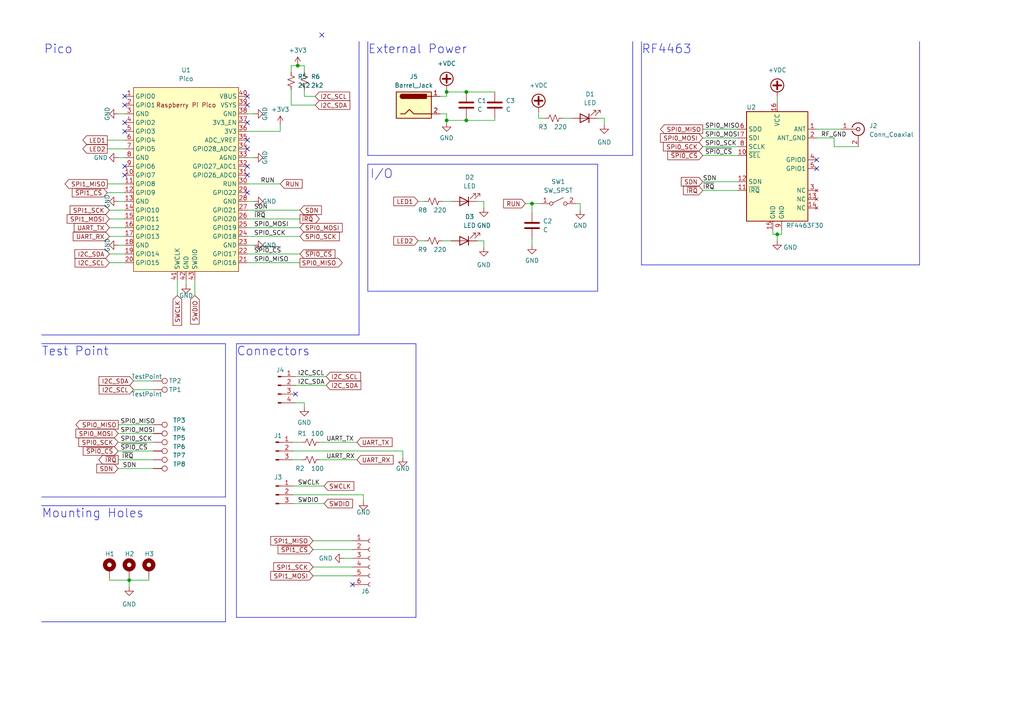
<source format=kicad_sch>
(kicad_sch (version 20230121) (generator eeschema)
  (paper "A4")
  (lib_symbols
    (symbol "Connector:Barrel_Jack" (pin_names (offset 1.016))
      (property "Reference" "J" (at 0 5.334 0))
      (property "Value" "Barrel_Jack" (at 0 -5.08 0))
      (symbol "Barrel_Jack_0_1"
        (rectangle (start -5.08 3.81) (end 5.08 -3.81) (stroke (width 0.254)) (fill (type background)))
        (arc (start -3.302 3.175) (mid -3.9343 2.54) (end -3.302 1.905) (stroke (width 0.254)))
        (arc (start -3.302 3.175) (mid -3.9343 2.54) (end -3.302 1.905) (stroke (width 0.254)) (fill (type outline)))
        (polyline (pts (xy 5.08 2.54) (xy 3.81 2.54)) (stroke (width 0.254)))
        (polyline (pts (xy -3.81 -2.54) (xy -2.54 -2.54) (xy -1.27 -1.27) (xy 0 -2.54) (xy 2.54 -2.54) (xy 5.08 -2.54)) (stroke (width 0.254)))
        (rectangle (start 3.683 3.175) (end -3.302 1.905) (stroke (width 0.254)) (fill (type outline)))
      )
      (symbol "Barrel_Jack_1_1"
        (pin passive line (at 7.62 2.54 180) (length 2.54) (name "~") (number "1"))
        (pin passive line (at 7.62 -2.54 180) (length 2.54) (name "~") (number "2"))
      )
    )
    (symbol "Connector:Conn_01x03_Pin" (pin_names (offset 1.016) hide)
      (property "Reference" "J" (at 0 5.08 0))
      (property "Value" "Conn_01x03_Pin" (at 0 -5.08 0))
      (symbol "Conn_01x03_Pin_1_1"
        (polyline (pts (xy 1.27 -2.54) (xy 0.8636 -2.54)) (stroke (width 0.1524)))
        (polyline (pts (xy 1.27 0) (xy 0.8636 0)) (stroke (width 0.1524)))
        (polyline (pts (xy 1.27 2.54) (xy 0.8636 2.54)) (stroke (width 0.1524)))
        (rectangle (start 0.8636 -2.413) (end 0 -2.667) (stroke (width 0.1524)) (fill (type outline)))
        (rectangle (start 0.8636 0.127) (end 0 -0.127) (stroke (width 0.1524)) (fill (type outline)))
        (rectangle (start 0.8636 2.667) (end 0 2.413) (stroke (width 0.1524)) (fill (type outline)))
        (pin passive line (at 5.08 2.54 180) (length 3.81) (name "Pin_1") (number "1"))
        (pin passive line (at 5.08 0 180) (length 3.81) (name "Pin_2") (number "2"))
        (pin passive line (at 5.08 -2.54 180) (length 3.81) (name "Pin_3") (number "3"))
      )
    )
    (symbol "Connector:Conn_01x04_Pin" (pin_names (offset 1.016) hide)
      (property "Reference" "J" (at 0 5.08 0))
      (property "Value" "Conn_01x04_Pin" (at 0 -7.62 0))
      (symbol "Conn_01x04_Pin_1_1"
        (polyline (pts (xy 1.27 -5.08) (xy 0.8636 -5.08)) (stroke (width 0.1524)))
        (polyline (pts (xy 1.27 -2.54) (xy 0.8636 -2.54)) (stroke (width 0.1524)))
        (polyline (pts (xy 1.27 0) (xy 0.8636 0)) (stroke (width 0.1524)))
        (polyline (pts (xy 1.27 2.54) (xy 0.8636 2.54)) (stroke (width 0.1524)))
        (rectangle (start 0.8636 -4.953) (end 0 -5.207) (stroke (width 0.1524)) (fill (type outline)))
        (rectangle (start 0.8636 -2.413) (end 0 -2.667) (stroke (width 0.1524)) (fill (type outline)))
        (rectangle (start 0.8636 0.127) (end 0 -0.127) (stroke (width 0.1524)) (fill (type outline)))
        (rectangle (start 0.8636 2.667) (end 0 2.413) (stroke (width 0.1524)) (fill (type outline)))
        (pin passive line (at 5.08 2.54 180) (length 3.81) (name "Pin_1") (number "1"))
        (pin passive line (at 5.08 0 180) (length 3.81) (name "Pin_2") (number "2"))
        (pin passive line (at 5.08 -2.54 180) (length 3.81) (name "Pin_3") (number "3"))
        (pin passive line (at 5.08 -5.08 180) (length 3.81) (name "Pin_4") (number "4"))
      )
    )
    (symbol "Connector:Conn_01x06_Socket" (pin_names (offset 1.016) hide)
      (property "Reference" "J" (at 0 7.62 0))
      (property "Value" "Conn_01x06_Socket" (at 0 -10.16 0))
      (symbol "Conn_01x06_Socket_1_1"
        (arc (start 0 -7.112) (mid -0.5058 -7.62) (end 0 -8.128) (stroke (width 0.1524)))
        (arc (start 0 -4.572) (mid -0.5058 -5.08) (end 0 -5.588) (stroke (width 0.1524)))
        (arc (start 0 -2.032) (mid -0.5058 -2.54) (end 0 -3.048) (stroke (width 0.1524)))
        (polyline (pts (xy -1.27 -7.62) (xy -0.508 -7.62)) (stroke (width 0.1524)))
        (polyline (pts (xy -1.27 -5.08) (xy -0.508 -5.08)) (stroke (width 0.1524)))
        (polyline (pts (xy -1.27 -2.54) (xy -0.508 -2.54)) (stroke (width 0.1524)))
        (polyline (pts (xy -1.27 0) (xy -0.508 0)) (stroke (width 0.1524)))
        (polyline (pts (xy -1.27 2.54) (xy -0.508 2.54)) (stroke (width 0.1524)))
        (polyline (pts (xy -1.27 5.08) (xy -0.508 5.08)) (stroke (width 0.1524)))
        (arc (start 0 0.508) (mid -0.5058 0) (end 0 -0.508) (stroke (width 0.1524)))
        (arc (start 0 3.048) (mid -0.5058 2.54) (end 0 2.032) (stroke (width 0.1524)))
        (arc (start 0 5.588) (mid -0.5058 5.08) (end 0 4.572) (stroke (width 0.1524)))
        (pin passive line (at -5.08 5.08 0) (length 3.81) (name "Pin_1") (number "1"))
        (pin passive line (at -5.08 2.54 0) (length 3.81) (name "Pin_2") (number "2"))
        (pin passive line (at -5.08 0 0) (length 3.81) (name "Pin_3") (number "3"))
        (pin passive line (at -5.08 -2.54 0) (length 3.81) (name "Pin_4") (number "4"))
        (pin passive line (at -5.08 -5.08 0) (length 3.81) (name "Pin_5") (number "5"))
        (pin passive line (at -5.08 -7.62 0) (length 3.81) (name "Pin_6") (number "6"))
      )
    )
    (symbol "Connector:Conn_Coaxial" (pin_names (offset 1.016) hide)
      (property "Reference" "J" (at 0.254 3.048 0))
      (property "Value" "Conn_Coaxial" (at 2.921 0 90))
      (symbol "Conn_Coaxial_0_1"
        (arc (start -1.778 -0.508) (mid 0.2311 -1.8066) (end 1.778 0) (stroke (width 0.254)))
        (polyline (pts (xy -2.54 0) (xy -0.508 0)))
        (polyline (pts (xy 0 -2.54) (xy 0 -1.778)))
        (circle (center 0 0) (radius 0.508) (stroke (width 0.2032)))
        (arc (start 1.778 0) (mid 0.2099 1.8101) (end -1.778 0.508) (stroke (width 0.254)))
      )
      (symbol "Conn_Coaxial_1_1"
        (pin passive line (at -5.08 0 0) (length 2.54) (name "In") (number "1"))
        (pin passive line (at 0 -5.08 90) (length 2.54) (name "Ext") (number "2"))
      )
    )
    (symbol "Connector:TestPoint" (pin_numbers hide) (pin_names (offset 0.762) hide)
      (property "Reference" "TP" (at 0 6.858 0))
      (property "Value" "TestPoint" (at 0 5.08 0))
      (symbol "TestPoint_0_1"
        (circle (center 0 3.302) (radius 0.762))
      )
      (symbol "TestPoint_1_1"
        (pin passive line (at 0 0 90) (length 2.54) (name "1") (number "1"))
      )
    )
    (symbol "Device:C" (pin_numbers hide) (pin_names (offset 0.254))
      (property "Reference" "C" (at 0.635 2.54 0))
      (property "Value" "C" (at 0.635 -2.54 0))
      (symbol "C_0_1"
        (polyline (pts (xy -2.032 -0.762) (xy 2.032 -0.762)) (stroke (width 0.508)))
        (polyline (pts (xy -2.032 0.762) (xy 2.032 0.762)) (stroke (width 0.508)))
      )
      (symbol "C_1_1"
        (pin passive line (at 0 3.81 270) (length 2.794) (name "~") (number "1"))
        (pin passive line (at 0 -3.81 90) (length 2.794) (name "~") (number "2"))
      )
    )
    (symbol "Device:LED" (pin_numbers hide) (pin_names (offset 1.016) hide)
      (property "Reference" "D" (at 0 2.54 0))
      (property "Value" "LED" (at 0 -2.54 0))
      (symbol "LED_0_1"
        (polyline (pts (xy -1.27 -1.27) (xy -1.27 1.27)) (stroke (width 0.254)))
        (polyline (pts (xy -1.27 0) (xy 1.27 0)))
        (polyline (pts (xy 1.27 -1.27) (xy 1.27 1.27) (xy -1.27 0) (xy 1.27 -1.27)) (stroke (width 0.254)))
        (polyline (pts (xy -3.048 -0.762) (xy -4.572 -2.286) (xy -3.81 -2.286) (xy -4.572 -2.286) (xy -4.572 -1.524)))
        (polyline (pts (xy -1.778 -0.762) (xy -3.302 -2.286) (xy -2.54 -2.286) (xy -3.302 -2.286) (xy -3.302 -1.524)))
      )
      (symbol "LED_1_1"
        (pin passive line (at -3.81 0 0) (length 2.54) (name "K") (number "1"))
        (pin passive line (at 3.81 0 180) (length 2.54) (name "A") (number "2"))
      )
    )
    (symbol "Device:R_Small_US" (pin_numbers hide) (pin_names (offset 0.254) hide)
      (property "Reference" "R" (at 0.762 0.508 0))
      (property "Value" "R_Small_US" (at 0.762 -1.016 0))
      (symbol "R_Small_US_1_1"
        (polyline (pts (xy 0 0) (xy 1.016 -0.381) (xy 0 -0.762) (xy -1.016 -1.143) (xy 0 -1.524)))
        (polyline (pts (xy 0 1.524) (xy 1.016 1.143) (xy 0 0.762) (xy -1.016 0.381) (xy 0 0)))
        (pin passive line (at 0 2.54 270) (length 1.016) (name "~") (number "1"))
        (pin passive line (at 0 -2.54 90) (length 1.016) (name "~") (number "2"))
      )
    )
    (symbol "GND_1" (power) (pin_names (offset 0))
      (property "Value" "GND_1" (at 0 -3.81 0))
      (symbol "GND_1_0_1"
        (polyline (pts (xy 0 0) (xy 0 -1.27) (xy 1.27 -1.27) (xy 0 -2.54) (xy -1.27 -1.27) (xy 0 -1.27)))
      )
      (symbol "GND_1_1_1"
        (pin power_in line (at 0 0 270) (length 0) hide (name "GND") (number "1"))
      )
    )
    (symbol "Kevin_Lutzer_Lbr:RF4463f30"
      (property "Reference" "U1" (at -8.89 17.78 0))
      (property "Value" "RF4463F30" (at 2.54 -16.51 0))
      (symbol "RF4463f30_0_1"
        (rectangle (start -8.89 3.81) (end -8.89 3.81))
        (rectangle (start -8.89 3.81) (end -8.89 3.81))
        (rectangle (start -8.89 3.81) (end -8.89 3.81))
        (rectangle (start -8.89 3.81) (end -8.89 3.81))
        (rectangle (start -8.89 3.81) (end -8.89 3.81))
        (rectangle (start -8.89 3.81) (end -8.89 3.81))
        (rectangle (start -8.89 16.51) (end -8.89 16.51))
        (rectangle (start -8.89 16.51) (end -8.89 16.51))
        (arc (start -8.89 16.51) (mid -8.89 16.51) (end -8.89 16.51))
        (arc (start -8.89 16.51) (mid -8.89 16.51) (end -8.89 16.51))
        (rectangle (start -8.89 16.51) (end 8.89 -15.24) (stroke (width 0.254)) (fill (type background)))
      )
      (symbol "RF4463f30_1_1"
        (pin output line (at 11.43 11.43 180) (length 2.54) (name "ANT") (number "1"))
        (pin output line (at -11.43 3.81 0) (length 2.54) (name "~{SEL}") (number "10"))
        (pin output line (at -11.43 -6.35 0) (length 2.54) (name "~{IRQ}") (number "11"))
        (pin input line (at -11.43 -3.81 0) (length 2.54) (name "SDN") (number "12"))
        (pin no_connect line (at 11.43 -8.89 180) (length 2.54) (name "NC") (number "13"))
        (pin no_connect line (at 11.43 -11.43 180) (length 2.54) (name "NC") (number "14"))
        (pin power_in line (at -1.27 -17.78 90) (length 2.54) (name "GND") (number "15"))
        (pin power_in line (at 0 19.05 270) (length 2.54) (name "VCC") (number "16"))
        (pin output line (at 11.43 8.89 180) (length 2.54) (name "ANT_GND") (number "2"))
        (pin no_connect line (at 11.43 -6.35 180) (length 2.54) (name "NC") (number "3"))
        (pin output line (at 11.43 2.54 180) (length 2.54) (name "GPIO0") (number "4"))
        (pin output line (at 11.43 0 180) (length 2.54) (name "GPIO1") (number "5"))
        (pin output line (at -11.43 11.43 0) (length 2.54) (name "SDO") (number "6"))
        (pin input line (at -11.43 8.89 0) (length 2.54) (name "SDI") (number "7"))
        (pin input line (at -11.43 6.35 0) (length 2.54) (name "SCLK") (number "8"))
        (pin power_in line (at 1.27 -17.78 90) (length 2.54) (name "GND") (number "9"))
      )
    )
    (symbol "Kevin_Lutzer_Lbr:RP2040-Pico"
      (property "Reference" "U" (at -13.97 27.94 0))
      (property "Value" "Pico" (at 0 19.05 0))
      (symbol "RP2040-Pico_0_0"
        (text "Raspberry Pi Pico" (at 0 21.59 0) (effects (font (size 1.27 1.27))))
      )
      (symbol "RP2040-Pico_0_1"
        (rectangle (start -15.24 26.67) (end 15.24 -26.67) (fill (type background)))
      )
      (symbol "RP2040-Pico_1_1"
        (pin bidirectional line (at -17.78 24.13 0) (length 2.54) (name "GPIO0") (number "1"))
        (pin bidirectional line (at -17.78 1.27 0) (length 2.54) (name "GPIO7") (number "10"))
        (pin bidirectional line (at -17.78 -1.27 0) (length 2.54) (name "GPIO8") (number "11"))
        (pin bidirectional line (at -17.78 -3.81 0) (length 2.54) (name "GPIO9") (number "12"))
        (pin power_in line (at -17.78 -6.35 0) (length 2.54) (name "GND") (number "13"))
        (pin bidirectional line (at -17.78 -8.89 0) (length 2.54) (name "GPIO10") (number "14"))
        (pin bidirectional line (at -17.78 -11.43 0) (length 2.54) (name "GPIO11") (number "15"))
        (pin bidirectional line (at -17.78 -13.97 0) (length 2.54) (name "GPIO12") (number "16"))
        (pin bidirectional line (at -17.78 -16.51 0) (length 2.54) (name "GPIO13") (number "17"))
        (pin power_in line (at -17.78 -19.05 0) (length 2.54) (name "GND") (number "18"))
        (pin bidirectional line (at -17.78 -21.59 0) (length 2.54) (name "GPIO14") (number "19"))
        (pin bidirectional line (at -17.78 21.59 0) (length 2.54) (name "GPIO1") (number "2"))
        (pin bidirectional line (at -17.78 -24.13 0) (length 2.54) (name "GPIO15") (number "20"))
        (pin bidirectional line (at 17.78 -24.13 180) (length 2.54) (name "GPIO16") (number "21"))
        (pin bidirectional line (at 17.78 -21.59 180) (length 2.54) (name "GPIO17") (number "22"))
        (pin power_in line (at 17.78 -19.05 180) (length 2.54) (name "GND") (number "23"))
        (pin bidirectional line (at 17.78 -16.51 180) (length 2.54) (name "GPIO18") (number "24"))
        (pin bidirectional line (at 17.78 -13.97 180) (length 2.54) (name "GPIO19") (number "25"))
        (pin bidirectional line (at 17.78 -11.43 180) (length 2.54) (name "GPIO20") (number "26"))
        (pin bidirectional line (at 17.78 -8.89 180) (length 2.54) (name "GPIO21") (number "27"))
        (pin power_in line (at 17.78 -6.35 180) (length 2.54) (name "GND") (number "28"))
        (pin bidirectional line (at 17.78 -3.81 180) (length 2.54) (name "GPIO22") (number "29"))
        (pin power_in line (at -17.78 19.05 0) (length 2.54) (name "GND") (number "3"))
        (pin input line (at 17.78 -1.27 180) (length 2.54) (name "RUN") (number "30"))
        (pin bidirectional line (at 17.78 1.27 180) (length 2.54) (name "GPIO26_ADC0") (number "31"))
        (pin bidirectional line (at 17.78 3.81 180) (length 2.54) (name "GPIO27_ADC1") (number "32"))
        (pin power_in line (at 17.78 6.35 180) (length 2.54) (name "AGND") (number "33"))
        (pin bidirectional line (at 17.78 8.89 180) (length 2.54) (name "GPIO28_ADC2") (number "34"))
        (pin power_in line (at 17.78 11.43 180) (length 2.54) (name "ADC_VREF") (number "35"))
        (pin power_in line (at 17.78 13.97 180) (length 2.54) (name "3V3") (number "36"))
        (pin input line (at 17.78 16.51 180) (length 2.54) (name "3V3_EN") (number "37"))
        (pin bidirectional line (at 17.78 19.05 180) (length 2.54) (name "GND") (number "38"))
        (pin power_in line (at 17.78 21.59 180) (length 2.54) (name "VSYS") (number "39"))
        (pin bidirectional line (at -17.78 16.51 0) (length 2.54) (name "GPIO2") (number "4"))
        (pin power_in line (at 17.78 24.13 180) (length 2.54) (name "VBUS") (number "40"))
        (pin input line (at -2.54 -29.21 90) (length 2.54) (name "SWCLK") (number "41"))
        (pin power_in line (at 0 -29.21 90) (length 2.54) (name "GND") (number "42"))
        (pin bidirectional line (at 2.54 -29.21 90) (length 2.54) (name "SWDIO") (number "43"))
        (pin bidirectional line (at -17.78 13.97 0) (length 2.54) (name "GPIO3") (number "5"))
        (pin bidirectional line (at -17.78 11.43 0) (length 2.54) (name "GPIO4") (number "6"))
        (pin bidirectional line (at -17.78 8.89 0) (length 2.54) (name "GPIO5") (number "7"))
        (pin power_in line (at -17.78 6.35 0) (length 2.54) (name "GND") (number "8"))
        (pin bidirectional line (at -17.78 3.81 0) (length 2.54) (name "GPIO6") (number "9"))
      )
    )
    (symbol "Mechanical:MountingHole_Pad" (pin_numbers hide) (pin_names (offset 1.016) hide)
      (property "Reference" "H" (at 0 6.35 0))
      (property "Value" "MountingHole_Pad" (at 0 4.445 0))
      (symbol "MountingHole_Pad_0_1"
        (circle (center 0 1.27) (radius 1.27) (stroke (width 1.27)))
      )
      (symbol "MountingHole_Pad_1_1"
        (pin input line (at 0 -2.54 90) (length 2.54) (name "1") (number "1"))
      )
    )
    (symbol "Switch:SW_SPST" (pin_names (offset 0) hide)
      (property "Reference" "SW" (at 0 3.175 0))
      (property "Value" "SW_SPST" (at 0 -2.54 0))
      (symbol "SW_SPST_0_0"
        (circle (center -2.032 0) (radius 0.508))
        (polyline (pts (xy -1.524 0.254) (xy 1.524 1.778)))
        (circle (center 2.032 0) (radius 0.508))
      )
      (symbol "SW_SPST_1_1"
        (pin passive line (at -5.08 0 0) (length 2.54) (name "A") (number "1"))
        (pin passive line (at 5.08 0 180) (length 2.54) (name "B") (number "2"))
      )
    )
    (symbol "power:+3V3" (power) (pin_names (offset 0))
      (property "Value" "+3V3" (at 0 3.556 0))
      (symbol "+3V3_0_1"
        (polyline (pts (xy -0.762 1.27) (xy 0 2.54)))
        (polyline (pts (xy 0 0) (xy 0 2.54)))
        (polyline (pts (xy 0 2.54) (xy 0.762 1.27)))
      )
      (symbol "+3V3_1_1"
        (pin power_in line (at 0 0 90) (length 0) hide (name "+3V3") (number "1"))
      )
    )
    (symbol "power:+VDC" (power) (pin_names (offset 0))
      (property "Value" "+VDC" (at 0 6.35 0))
      (symbol "+VDC_0_1"
        (polyline (pts (xy -1.143 3.175) (xy 1.143 3.175)) (stroke (width 0.508)))
        (polyline (pts (xy 0 0) (xy 0 1.27)))
        (polyline (pts (xy 0 2.032) (xy 0 4.318)) (stroke (width 0.508)))
        (circle (center 0 3.175) (radius 1.905) (stroke (width 0.254)))
      )
      (symbol "+VDC_1_1"
        (pin power_in line (at 0 0 90) (length 0) hide (name "+VDC") (number "1"))
      )
    )
    (symbol "power:GND" (power) (pin_names (offset 0))
      (property "Value" "GND" (at 0 -3.81 0))
      (symbol "GND_0_1"
        (polyline (pts (xy 0 0) (xy 0 -1.27) (xy 1.27 -1.27) (xy 0 -2.54) (xy -1.27 -1.27) (xy 0 -1.27)))
      )
      (symbol "GND_1_1"
        (pin power_in line (at 0 0 270) (length 0) hide (name "GND") (number "1"))
      )
    )
  )
  (junction (at 129.54 26.67))
  (junction (at 135.255 34.925))
  (junction (at 154.305 59.055))
  (junction (at 86.36 19.05))
  (junction (at 37.465 168.275))
  (junction (at 225.425 67.945))
  (junction (at 135.255 26.67))
  (junction (at 129.54 34.925))
  (no_connect (at 36.195 30.48))
  (no_connect (at 93.345 10.16))
  (no_connect (at 71.755 35.56))
  (no_connect (at 36.195 35.56))
  (no_connect (at 236.855 46.355))
  (no_connect (at 71.755 55.88))
  (no_connect (at 85.725 114.3))
  (no_connect (at 102.235 169.545))
  (no_connect (at 71.755 50.8))
  (no_connect (at 71.755 40.64))
  (no_connect (at 36.195 48.26))
  (no_connect (at 71.755 48.26))
  (no_connect (at 71.755 27.94))
  (no_connect (at 36.195 27.94))
  (no_connect (at 236.855 48.895))
  (no_connect (at 71.755 43.18))
  (no_connect (at 36.195 38.1))
  (no_connect (at 36.195 50.8))
  (no_connect (at 71.755 30.48))
  (wire (pts (xy 71.755 73.66) (xy 86.995 73.66)))
  (polyline (pts (xy 106.68 45.085) (xy 183.515 45.085)))
  (wire (pts (xy 236.855 40.005) (xy 241.935 40.005)))
  (wire (pts (xy 34.29 58.42) (xy 36.195 58.42)))
  (wire (pts (xy 34.29 128.27) (xy 44.45 128.27)))
  (wire (pts (xy 135.255 26.67) (xy 143.51 26.67)))
  (wire (pts (xy 85.09 146.05) (xy 93.98 146.05)))
  (wire (pts (xy 129.54 27.94) (xy 129.54 26.67)))
  (wire (pts (xy 203.835 37.465) (xy 213.995 37.465)))
  (wire (pts (xy 154.305 61.595) (xy 154.305 59.055)))
  (wire (pts (xy 138.43 69.85) (xy 140.335 69.85)))
  (wire (pts (xy 203.835 40.005) (xy 213.995 40.005)))
  (wire (pts (xy 167.005 59.055) (xy 168.275 59.055)))
  (wire (pts (xy 34.29 71.12) (xy 36.195 71.12)))
  (wire (pts (xy 85.725 116.84) (xy 88.265 116.84)))
  (polyline (pts (xy 68.58 99.695) (xy 120.65 99.695)))
  (polyline (pts (xy 106.68 12.065) (xy 106.68 45.085)))
  (wire (pts (xy 127.635 27.94) (xy 129.54 27.94)))
  (wire (pts (xy 203.835 55.245) (xy 213.995 55.245)))
  (wire (pts (xy 135.255 34.925) (xy 143.51 34.925)))
  (wire (pts (xy 135.255 34.29) (xy 135.255 34.925)))
  (wire (pts (xy 31.115 43.18) (xy 36.195 43.18)))
  (wire (pts (xy 31.75 168.275) (xy 37.465 168.275)))
  (polyline (pts (xy 186.055 12.065) (xy 186.055 76.835)))
  (polyline (pts (xy 183.515 12.065) (xy 183.515 45.085)))
  (polyline (pts (xy 266.7 12.065) (xy 266.7 76.835)))
  (wire (pts (xy 175.26 34.29) (xy 175.26 36.195)))
  (wire (pts (xy 129.54 33.02) (xy 129.54 34.925)))
  (wire (pts (xy 168.275 59.055) (xy 168.275 60.96)))
  (wire (pts (xy 90.805 159.385) (xy 102.235 159.385)))
  (polyline (pts (xy 12.065 97.155) (xy 104.14 97.155)))
  (polyline (pts (xy 65.405 99.695) (xy 65.405 144.145)))
  (wire (pts (xy 156.21 34.29) (xy 158.115 34.29)))
  (wire (pts (xy 140.335 58.42) (xy 140.335 60.325)))
  (wire (pts (xy 121.285 69.85) (xy 123.19 69.85)))
  (wire (pts (xy 81.28 38.1) (xy 81.28 36.195)))
  (wire (pts (xy 44.45 113.03) (xy 38.735 113.03)))
  (wire (pts (xy 71.755 68.58) (xy 86.995 68.58)))
  (wire (pts (xy 31.115 53.34) (xy 36.195 53.34)))
  (wire (pts (xy 224.155 66.675) (xy 224.155 67.945)))
  (wire (pts (xy 34.29 130.81) (xy 44.45 130.81)))
  (wire (pts (xy 143.51 34.925) (xy 143.51 34.29)))
  (wire (pts (xy 84.455 20.955) (xy 84.455 19.05)))
  (wire (pts (xy 225.425 67.945) (xy 225.425 69.85)))
  (wire (pts (xy 44.45 110.49) (xy 38.735 110.49)))
  (wire (pts (xy 129.54 34.925) (xy 129.54 35.56)))
  (wire (pts (xy 71.755 45.72) (xy 73.66 45.72)))
  (wire (pts (xy 90.805 164.465) (xy 102.235 164.465)))
  (wire (pts (xy 128.27 58.42) (xy 130.81 58.42)))
  (wire (pts (xy 71.755 60.96) (xy 86.995 60.96)))
  (wire (pts (xy 71.755 63.5) (xy 86.995 63.5)))
  (wire (pts (xy 173.355 34.29) (xy 175.26 34.29)))
  (wire (pts (xy 85.09 133.35) (xy 87.63 133.35)))
  (wire (pts (xy 31.75 66.04) (xy 36.195 66.04)))
  (wire (pts (xy 71.755 58.42) (xy 73.66 58.42)))
  (wire (pts (xy 71.755 66.04) (xy 86.995 66.04)))
  (wire (pts (xy 71.755 53.34) (xy 81.28 53.34)))
  (wire (pts (xy 241.935 40.005) (xy 241.935 42.545)))
  (wire (pts (xy 34.29 135.89) (xy 44.45 135.89)))
  (wire (pts (xy 92.71 128.27) (xy 103.505 128.27)))
  (wire (pts (xy 90.805 167.005) (xy 102.235 167.005)))
  (wire (pts (xy 34.29 45.72) (xy 36.195 45.72)))
  (wire (pts (xy 225.425 67.945) (xy 226.695 67.945)))
  (wire (pts (xy 85.725 111.76) (xy 94.615 111.76)))
  (wire (pts (xy 92.71 133.35) (xy 103.505 133.35)))
  (wire (pts (xy 90.805 156.845) (xy 102.235 156.845)))
  (polyline (pts (xy 12.065 99.695) (xy 65.405 99.695)))
  (wire (pts (xy 154.305 59.055) (xy 156.845 59.055)))
  (wire (pts (xy 203.835 52.705) (xy 213.995 52.705)))
  (wire (pts (xy 88.265 19.05) (xy 88.265 20.955)))
  (wire (pts (xy 84.455 30.48) (xy 84.455 26.035)))
  (wire (pts (xy 51.435 81.28) (xy 51.435 85.725)))
  (wire (pts (xy 236.855 37.465) (xy 243.84 37.465)))
  (wire (pts (xy 86.36 19.05) (xy 88.265 19.05)))
  (wire (pts (xy 31.75 60.96) (xy 36.195 60.96)))
  (polyline (pts (xy 186.055 76.835) (xy 266.7 76.835)))
  (polyline (pts (xy 173.355 84.455) (xy 106.68 84.455)))
  (polyline (pts (xy 106.68 47.625) (xy 173.355 47.625)))
  (wire (pts (xy 31.75 167.64) (xy 31.75 168.275)))
  (wire (pts (xy 34.29 33.02) (xy 36.195 33.02)))
  (wire (pts (xy 91.44 27.94) (xy 88.265 27.94)))
  (wire (pts (xy 152.4 59.055) (xy 154.305 59.055)))
  (wire (pts (xy 43.18 168.275) (xy 43.18 167.64)))
  (wire (pts (xy 85.09 130.81) (xy 116.84 130.81)))
  (wire (pts (xy 37.465 168.275) (xy 43.18 168.275)))
  (wire (pts (xy 156.21 32.385) (xy 156.21 34.29)))
  (wire (pts (xy 71.755 38.1) (xy 81.28 38.1)))
  (wire (pts (xy 84.455 19.05) (xy 86.36 19.05)))
  (wire (pts (xy 203.835 42.545) (xy 213.995 42.545)))
  (wire (pts (xy 138.43 58.42) (xy 140.335 58.42)))
  (wire (pts (xy 85.725 109.22) (xy 94.615 109.22)))
  (wire (pts (xy 88.265 27.94) (xy 88.265 26.035)))
  (wire (pts (xy 31.115 55.88) (xy 36.195 55.88)))
  (wire (pts (xy 99.695 161.925) (xy 102.235 161.925)))
  (wire (pts (xy 31.75 68.58) (xy 36.195 68.58)))
  (wire (pts (xy 224.155 67.945) (xy 225.425 67.945)))
  (wire (pts (xy 37.465 168.275) (xy 37.465 170.18)))
  (polyline (pts (xy 65.405 146.685) (xy 65.405 180.34)))
  (polyline (pts (xy 12.065 144.145) (xy 65.405 144.145)))
  (wire (pts (xy 71.755 76.2) (xy 86.995 76.2)))
  (polyline (pts (xy 120.65 179.07) (xy 120.65 99.695)))
  (wire (pts (xy 129.54 34.925) (xy 135.255 34.925)))
  (wire (pts (xy 128.27 69.85) (xy 130.81 69.85)))
  (wire (pts (xy 31.75 63.5) (xy 36.195 63.5)))
  (wire (pts (xy 31.75 73.66) (xy 36.195 73.66)))
  (wire (pts (xy 85.09 128.27) (xy 87.63 128.27)))
  (polyline (pts (xy 68.58 179.07) (xy 120.65 179.07)))
  (wire (pts (xy 37.465 167.64) (xy 37.465 168.275)))
  (wire (pts (xy 85.09 140.97) (xy 93.98 140.97)))
  (wire (pts (xy 116.84 130.81) (xy 116.84 132.715)))
  (polyline (pts (xy 173.355 47.625) (xy 173.355 84.455)))
  (wire (pts (xy 31.115 40.64) (xy 36.195 40.64)))
  (wire (pts (xy 225.425 27.94) (xy 225.425 29.845)))
  (wire (pts (xy 163.195 34.29) (xy 165.735 34.29)))
  (polyline (pts (xy 12.065 180.34) (xy 65.405 180.34)))
  (wire (pts (xy 34.29 125.73) (xy 44.45 125.73)))
  (wire (pts (xy 71.755 33.02) (xy 73.66 33.02)))
  (wire (pts (xy 56.515 81.28) (xy 56.515 85.725)))
  (wire (pts (xy 203.835 45.085) (xy 213.995 45.085)))
  (wire (pts (xy 226.695 66.675) (xy 226.695 67.945)))
  (wire (pts (xy 85.09 143.51) (xy 105.41 143.51)))
  (wire (pts (xy 154.305 69.215) (xy 154.305 71.12)))
  (wire (pts (xy 140.335 69.85) (xy 140.335 71.755)))
  (polyline (pts (xy 68.58 99.695) (xy 68.58 179.07)))
  (wire (pts (xy 129.54 26.67) (xy 129.54 26.035)))
  (wire (pts (xy 127.635 33.02) (xy 129.54 33.02)))
  (wire (pts (xy 241.935 42.545) (xy 248.92 42.545)))
  (wire (pts (xy 91.44 30.48) (xy 84.455 30.48)))
  (wire (pts (xy 31.75 76.2) (xy 36.195 76.2)))
  (wire (pts (xy 34.29 123.19) (xy 44.45 123.19)))
  (polyline (pts (xy 104.14 12.065) (xy 104.14 97.155)))
  (wire (pts (xy 105.41 143.51) (xy 105.41 145.415)))
  (polyline (pts (xy 106.68 47.625) (xy 106.68 84.455)))
  (polyline (pts (xy 12.065 146.685) (xy 65.405 146.685)))
  (wire (pts (xy 53.975 81.28) (xy 53.975 82.55)))
  (wire (pts (xy 129.54 26.67) (xy 135.255 26.67)))
  (wire (pts (xy 71.755 71.12) (xy 73.66 71.12)))
  (wire (pts (xy 121.285 58.42) (xy 123.19 58.42)))
  (wire (pts (xy 88.265 116.84) (xy 88.265 118.11)))
  (wire (pts (xy 34.29 133.35) (xy 44.45 133.35)))
  (text "Mounting Holes" (at 12.065 150.495 0) (effects (font (size 2.54 2.54)) (justify left bottom)))
  (text "Connectors" (at 68.58 103.505 0) (effects (font (size 2.54 2.54)) (justify left bottom)))
  (text "RF4463" (at 186.055 15.875 0) (effects (font (size 2.54 2.54)) (justify left bottom)))
  (text "Test Point" (at 12.065 103.505 0) (effects (font (size 2.54 2.54)) (justify left bottom)))
  (text "Pico" (at 12.7 15.875 0) (effects (font (size 2.54 2.54)) (justify left bottom)))
  (text "External Power" (at 106.68 15.875 0) (effects (font (size 2.54 2.54)) (justify left bottom)))
  (text "I/O" (at 107.315 52.07 0) (effects (font (size 2.54 2.54)) (justify left bottom)))
  (label "SPI0_MOSI" (at 34.925 125.73 0))
  (label "~{IRQ}" (at 73.66 63.5 0))
  (label "SPI0_MOSI" (at 204.47 40.005 0))
  (label "I2C_SDA" (at 86.36 111.76 0))
  (label "UART_RX" (at 94.615 133.35 0))
  (label "SPI0_SCK" (at 73.66 68.58 0))
  (label "SDN" (at 203.835 52.705 0))
  (label "RUN" (at 75.565 53.34 0))
  (label "~{SPI0_CS}" (at 204.47 45.085 0))
  (label "~{SPI0_CS}" (at 34.925 130.81 0))
  (label "RF_GND" (at 238.125 40.005 0))
  (label "I2C_SCL" (at 86.36 109.22 0))
  (label "~{IRQ}" (at 203.835 55.245 0))
  (label "UART_TX" (at 94.615 128.27 0))
  (label "~{SPI0_CS}" (at 73.66 73.66 0))
  (label "SDN" (at 73.66 60.96 0))
  (label "SPI0_MISO" (at 73.66 76.2 0))
  (label "SPI0_MISO" (at 34.925 123.19 0))
  (label "SPI0_MOSI" (at 73.66 66.04 0))
  (label "SWCLK" (at 86.36 140.97 0))
  (label "~{IRQ}" (at 38.735 133.35 180))
  (label "SDN" (at 35.56 135.89 0))
  (label "SWDIO" (at 86.36 146.05 0))
  (label "SPI0_SCK" (at 204.47 42.545 0))
  (label "SPI0_MISO" (at 204.47 37.465 0))
  (label "SPI0_SCK" (at 34.925 128.27 0))
  (global_label "SPI0_MOSI" (shape input) (at 86.995 66.04 0) (property "Intersheetrefs" "${INTERSHEET_REFS}" (effects hide)))
  (global_label "I2C_SCL" (shape input) (at 94.615 109.22 0) (property "Intersheetrefs" "${INTERSHEET_REFS}" (effects hide)))
  (global_label "SPI1_MOSI" (shape input) (at 31.75 63.5 180) (property "Intersheetrefs" "${INTERSHEET_REFS}" (effects hide)))
  (global_label "SPI1_MISO" (shape input) (at 90.805 156.845 180) (property "Intersheetrefs" "${INTERSHEET_REFS}" (effects hide)))
  (global_label "SPI1_SCK" (shape input) (at 90.805 164.465 180) (property "Intersheetrefs" "${INTERSHEET_REFS}" (effects hide)))
  (global_label "~{SPI1_CS}" (shape input) (at 31.115 55.88 180) (property "Intersheetrefs" "${INTERSHEET_REFS}" (effects hide)))
  (global_label "~{SPI0_CS}" (shape input) (at 203.835 45.085 180) (property "Intersheetrefs" "${INTERSHEET_REFS}" (effects hide)))
  (global_label "SWCLK" (shape input) (at 51.435 85.725 270) (property "Intersheetrefs" "${INTERSHEET_REFS}" (effects hide)))
  (global_label "SPI1_MISO" (shape output) (at 31.115 53.34 180) (property "Intersheetrefs" "${INTERSHEET_REFS}" (effects hide)))
  (global_label "LED2" (shape input) (at 121.285 69.85 180) (property "Intersheetrefs" "${INTERSHEET_REFS}" (effects hide)))
  (global_label "SPI1_SCK" (shape input) (at 31.75 60.96 180) (property "Intersheetrefs" "${INTERSHEET_REFS}" (effects hide)))
  (global_label "UART_TX" (shape input) (at 31.75 66.04 180) (property "Intersheetrefs" "${INTERSHEET_REFS}" (effects hide)))
  (global_label "SWDIO" (shape input) (at 93.98 146.05 0) (property "Intersheetrefs" "${INTERSHEET_REFS}" (effects hide)))
  (global_label "SPI1_MOSI" (shape input) (at 90.805 167.005 180) (property "Intersheetrefs" "${INTERSHEET_REFS}" (effects hide)))
  (global_label "~{SPI0_CS}" (shape input) (at 86.995 73.66 0) (property "Intersheetrefs" "${INTERSHEET_REFS}" (effects hide)))
  (global_label "SPI0_SCK" (shape input) (at 34.29 128.27 180) (property "Intersheetrefs" "${INTERSHEET_REFS}" (effects hide)))
  (global_label "I2C_SDA" (shape input) (at 31.75 73.66 180) (property "Intersheetrefs" "${INTERSHEET_REFS}" (effects hide)))
  (global_label "SWCLK" (shape input) (at 93.98 140.97 0) (property "Intersheetrefs" "${INTERSHEET_REFS}" (effects hide)))
  (global_label "SDN" (shape input) (at 86.995 60.96 0) (property "Intersheetrefs" "${INTERSHEET_REFS}" (effects hide)))
  (global_label "SDN" (shape input) (at 34.29 135.89 180) (property "Intersheetrefs" "${INTERSHEET_REFS}" (effects hide)))
  (global_label "I2C_SDA" (shape input) (at 94.615 111.76 0) (property "Intersheetrefs" "${INTERSHEET_REFS}" (effects hide)))
  (global_label "I2C_SCL" (shape input) (at 31.75 76.2 180) (property "Intersheetrefs" "${INTERSHEET_REFS}" (effects hide)))
  (global_label "SPI0_MOSI" (shape input) (at 203.835 40.005 180) (property "Intersheetrefs" "${INTERSHEET_REFS}" (effects hide)))
  (global_label "~{IRQ}" (shape output) (at 86.995 63.5 0) (property "Intersheetrefs" "${INTERSHEET_REFS}" (effects hide)))
  (global_label "I2C_SDA" (shape input) (at 91.44 30.48 0) (property "Intersheetrefs" "${INTERSHEET_REFS}" (effects hide)))
  (global_label "RUN" (shape input) (at 152.4 59.055 180) (property "Intersheetrefs" "${INTERSHEET_REFS}" (effects hide)))
  (global_label "~{IRQ}" (shape output) (at 34.29 133.35 180) (property "Intersheetrefs" "${INTERSHEET_REFS}" (effects hide)))
  (global_label "UART_RX" (shape input) (at 103.505 133.35 0) (property "Intersheetrefs" "${INTERSHEET_REFS}" (effects hide)))
  (global_label "SPI0_MISO" (shape output) (at 86.995 76.2 0) (property "Intersheetrefs" "${INTERSHEET_REFS}" (effects hide)))
  (global_label "I2C_SDA" (shape input) (at 38.735 110.49 180) (property "Intersheetrefs" "${INTERSHEET_REFS}" (effects hide)))
  (global_label "I2C_SCL" (shape input) (at 38.735 113.03 180) (property "Intersheetrefs" "${INTERSHEET_REFS}" (effects hide)))
  (global_label "SDN" (shape input) (at 203.835 52.705 180) (property "Intersheetrefs" "${INTERSHEET_REFS}" (effects hide)))
  (global_label "I2C_SCL" (shape input) (at 91.44 27.94 0) (property "Intersheetrefs" "${INTERSHEET_REFS}" (effects hide)))
  (global_label "LED2" (shape output) (at 31.115 43.18 180) (property "Intersheetrefs" "${INTERSHEET_REFS}" (effects hide)))
  (global_label "LED1" (shape output) (at 31.115 40.64 180) (property "Intersheetrefs" "${INTERSHEET_REFS}" (effects hide)))
  (global_label "SPI0_MISO" (shape output) (at 34.29 123.19 180) (property "Intersheetrefs" "${INTERSHEET_REFS}" (effects hide)))
  (global_label "RUN" (shape input) (at 81.28 53.34 0) (property "Intersheetrefs" "${INTERSHEET_REFS}" (effects hide)))
  (global_label "SPI0_MISO" (shape output) (at 203.835 37.465 180) (property "Intersheetrefs" "${INTERSHEET_REFS}" (effects hide)))
  (global_label "~{IRQ}" (shape input) (at 203.835 55.245 180) (property "Intersheetrefs" "${INTERSHEET_REFS}" (effects hide)))
  (global_label "SPI0_SCK" (shape input) (at 86.995 68.58 0) (property "Intersheetrefs" "${INTERSHEET_REFS}" (effects hide)))
  (global_label "LED1" (shape input) (at 121.285 58.42 180) (property "Intersheetrefs" "${INTERSHEET_REFS}" (effects hide)))
  (global_label "UART_RX" (shape input) (at 31.75 68.58 180) (property "Intersheetrefs" "${INTERSHEET_REFS}" (effects hide)))
  (global_label "SPI0_SCK" (shape input) (at 203.835 42.545 180) (property "Intersheetrefs" "${INTERSHEET_REFS}" (effects hide)))
  (global_label "SWDIO" (shape input) (at 56.515 85.725 270) (property "Intersheetrefs" "${INTERSHEET_REFS}" (effects hide)))
  (global_label "~{SPI0_CS}" (shape input) (at 34.29 130.81 180) (property "Intersheetrefs" "${INTERSHEET_REFS}" (effects hide)))
  (global_label "SPI0_MOSI" (shape input) (at 34.29 125.73 180) (property "Intersheetrefs" "${INTERSHEET_REFS}" (effects hide)))
  (global_label "~{SPI1_CS}" (shape input) (at 90.805 159.385 180) (property "Intersheetrefs" "${INTERSHEET_REFS}" (effects hide)))
  (global_label "UART_TX" (shape input) (at 103.505 128.27 0) (property "Intersheetrefs" "${INTERSHEET_REFS}" (effects hide)))
  (symbol (lib_id "power:GND") (at 73.66 33.02 90) (unit 1)
    (property "Reference" "#PWR09" (effects hide))
    (property "Value" "GND" (at 76.835 33.02 0))
  )
  (symbol (lib_id "Switch:SW_SPST") (at 161.925 59.055 0) (unit 1)
    (property "Reference" "SW1" (at 161.925 52.705 0))
    (property "Value" "SW_SPST" (at 161.925 55.245 0))
    (property "Footprint" "Button_Switch_SMD:SW_SPST_Omron_B3FS-100xP" (effects hide))
  )
  (symbol (lib_id "Device:R_Small_US") (at 125.73 69.85 90) (unit 1)
    (property "Reference" "R9" (at 122.555 72.39 90))
    (property "Value" "220" (at 127.635 72.39 90))
    (property "Footprint" "Resistor_SMD:R_0805_2012Metric_Pad1.20x1.40mm_HandSolder" (effects hide))
  )
  (symbol (lib_id "Connector:Conn_01x06_Socket") (at 107.315 161.925 0) (unit 1)
    (property "Reference" "J6" (at 104.775 171.45 0) (effects (justify left)))
    (property "Value" "Conn_01x06_Socket" (effects hide))
    (property "Footprint" "Connector_JST:JST_SH_SM06B-SRSS-TB_1x06-1MP_P1.00mm_Horizontal" (effects hide))
  )
  (symbol (lib_id "Connector:Conn_01x03_Pin") (at 80.01 143.51 0) (unit 1)
    (property "Reference" "J3" (at 80.645 138.43 0))
    (property "Value" "Conn_01x03_Pin" (effects hide))
    (property "Footprint" "Connector_JST:JST_SH_SM03B-SRSS-TB_1x03-1MP_P1.00mm_Horizontal" (effects hide))
  )
  (symbol (lib_id "Connector:TestPoint") (at 44.45 123.19 270) (unit 1)
    (property "Reference" "TP3" (at 50.165 121.92 90) (effects (justify left)))
    (property "Value" "TestPoint" (effects hide))
    (property "Footprint" "TestPoint:TestPoint_Loop_D1.80mm_Drill1.0mm_Beaded" (effects hide))
  )
  (symbol (lib_id "Connector:TestPoint") (at 44.45 130.81 270) (unit 1)
    (property "Reference" "TP6" (at 50.165 129.54 90) (effects (justify left)))
    (property "Value" "TestPoint" (effects hide))
    (property "Footprint" "TestPoint:TestPoint_Loop_D1.80mm_Drill1.0mm_Beaded" (effects hide))
  )
  (symbol (lib_id "Device:C") (at 143.51 30.48 0) (unit 1)
    (property "Reference" "C3" (at 146.685 29.21 0) (effects (justify left)))
    (property "Value" "C" (at 146.685 31.75 0) (effects (justify left)))
    (property "Footprint" "Capacitor_SMD:C_0805_2012Metric_Pad1.18x1.45mm_HandSolder" (effects hide))
  )
  (symbol (lib_id "Kevin_Lutzer_Lbr:RF4463f30") (at 225.425 48.895 0) (unit 1)
    (property "Reference" "U2" (at 216.535 31.115 0) (effects (justify left)))
    (property "Value" "RF4463F30" (at 227.965 65.405 0) (effects (justify left)))
    (property "Footprint" "Kevin_Lutzer_Lbr:RF4463F30" (effects hide))
    (property "Datasheet" "https://www.nicerf.com/item/433mhz-front-end-rf-modules/1w-rf-module-rf4463f30" (effects hide))
  )
  (symbol (lib_id "Connector:TestPoint") (at 44.45 110.49 270) (unit 1)
    (property "Reference" "TP2" (at 50.8 110.49 90))
    (property "Value" "TestPoint" (at 42.545 109.22 90))
    (property "Footprint" "TestPoint:TestPoint_Loop_D1.80mm_Drill1.0mm_Beaded" (effects hide))
  )
  (symbol (lib_id "Device:LED") (at 134.62 58.42 180) (unit 1)
    (property "Reference" "D2" (at 136.2075 51.435 0))
    (property "Value" "LED" (at 136.2075 53.975 0))
    (property "Footprint" "LED_SMD:LED_0805_2012Metric_Pad1.15x1.40mm_HandSolder" (effects hide))
  )
  (symbol (lib_id "power:+VDC") (at 225.425 27.94 0) (unit 1)
    (property "Reference" "#PWR017" (effects hide))
    (property "Value" "+VDC" (at 225.425 20.32 0))
  )
  (symbol (lib_id "Device:R_Small_US") (at 84.455 23.495 180) (unit 1)
    (property "Reference" "R5" (at 86.36 22.225 0) (effects (justify right)))
    (property "Value" "2k2" (at 86.36 24.765 0) (effects (justify right)))
    (property "Footprint" "Resistor_SMD:R_0805_2012Metric_Pad1.20x1.40mm_HandSolder" (effects hide))
  )
  (symbol (lib_id "Mechanical:MountingHole_Pad") (at 43.18 165.1 0) (unit 1)
    (property "Reference" "H3" (at 41.91 160.655 0) (effects (justify left)))
    (property "Value" "MountingHole_Pad" (effects hide))
    (property "Footprint" "MountingHole:MountingHole_2.5mm_Pad_Via" (effects hide))
  )
  (symbol (lib_id "Device:R_Small_US") (at 88.265 23.495 180) (unit 1)
    (property "Reference" "R6" (at 90.17 22.225 0) (effects (justify right)))
    (property "Value" "2k2" (at 90.17 24.765 0) (effects (justify right)))
    (property "Footprint" "Resistor_SMD:R_0805_2012Metric_Pad1.20x1.40mm_HandSolder" (effects hide))
  )
  (symbol (lib_id "power:GND") (at 73.66 71.12 90) (unit 1)
    (property "Reference" "#PWR03" (effects hide))
    (property "Value" "GND" (at 78.105 71.12 90))
  )
  (symbol (lib_id "Device:LED") (at 169.545 34.29 180) (unit 1)
    (property "Reference" "D1" (at 171.1325 27.305 0))
    (property "Value" "LED" (at 171.1325 29.845 0))
    (property "Footprint" "LED_SMD:LED_0805_2012Metric_Pad1.15x1.40mm_HandSolder" (effects hide))
  )
  (symbol (lib_id "power:GND") (at 168.275 60.96 0) (unit 1)
    (property "Reference" "#PWR011" (effects hide))
    (property "Value" "GND" (at 168.275 65.405 0))
  )
  (symbol (lib_id "Connector:Conn_01x04_Pin") (at 80.645 111.76 0) (unit 1)
    (property "Reference" "J4" (at 81.28 107.315 0))
    (property "Value" "Conn_01x04_Pin" (effects hide))
    (property "Footprint" "Connector_JST:JST_SH_SM04B-SRSS-TB_1x04-1MP_P1.00mm_Horizontal" (effects hide))
  )
  (symbol (lib_id "Connector:Barrel_Jack") (at 120.015 30.48 0) (unit 1)
    (property "Reference" "J5" (at 120.015 22.225 0))
    (property "Value" "Barrel_Jack" (at 120.015 24.765 0))
    (property "Footprint" "Connector_BarrelJack:BarrelJack_GCT_DCJ200-10-A_Horizontal" (effects hide))
  )
  (symbol (lib_id "Connector:TestPoint") (at 44.45 113.03 270) (unit 1)
    (property "Reference" "TP1" (at 50.8 113.03 90))
    (property "Value" "TestPoint" (at 42.545 114.3 90))
    (property "Footprint" "TestPoint:TestPoint_Loop_D1.80mm_Drill1.0mm_Beaded" (effects hide))
  )
  (symbol (lib_id "Device:C") (at 135.255 30.48 0) (unit 1)
    (property "Reference" "C1" (at 138.43 29.21 0) (effects (justify left)))
    (property "Value" "C" (at 138.43 31.75 0) (effects (justify left)))
    (property "Footprint" "Capacitor_SMD:C_0805_2012Metric_Pad1.18x1.45mm_HandSolder" (effects hide))
  )
  (symbol (lib_id "power:GND") (at 129.54 35.56 0) (unit 1)
    (property "Reference" "#PWR016" (effects hide))
    (property "Value" "GND" (at 129.54 40.005 0))
  )
  (symbol (lib_id "Kevin_Lutzer_Lbr:RP2040-Pico") (at 53.975 52.07 0) (unit 1)
    (property "Reference" "U1" (at 53.975 20.32 0))
    (property "Value" "Pico" (at 53.975 22.86 0))
    (property "Footprint" "Kevin_Lutzer_Lbr:RPi_Pico_SMD_TH" (effects hide))
  )
  (symbol (lib_id "Connector:TestPoint") (at 44.45 133.35 270) (unit 1)
    (property "Reference" "TP7" (at 50.165 132.08 90) (effects (justify left)))
    (property "Value" "TestPoint" (effects hide))
    (property "Footprint" "TestPoint:TestPoint_Loop_D1.80mm_Drill1.0mm_Beaded" (effects hide))
  )
  (symbol (lib_id "Mechanical:MountingHole_Pad") (at 31.75 165.1 0) (unit 1)
    (property "Reference" "H1" (at 30.48 160.655 0) (effects (justify left)))
    (property "Value" "MountingHole_Pad" (effects hide))
    (property "Footprint" "MountingHole:MountingHole_2.5mm_Pad_Via" (effects hide))
  )
  (symbol (lib_id "power:GND") (at 73.66 45.72 90) (unit 1)
    (property "Reference" "#PWR07" (effects hide))
    (property "Value" "GND" (at 76.835 45.72 0))
  )
  (symbol (lib_id "power:GND") (at 34.29 45.72 270) (unit 1)
    (property "Reference" "#PWR06" (effects hide))
    (property "Value" "GND" (at 29.21 45.72 90))
  )
  (symbol (lib_id "Device:C") (at 154.305 65.405 0) (unit 1)
    (property "Reference" "C2" (at 157.48 64.135 0) (effects (justify left)))
    (property "Value" "C" (at 157.48 66.675 0) (effects (justify left)))
    (property "Footprint" "Capacitor_SMD:C_0805_2012Metric_Pad1.18x1.45mm_HandSolder" (effects hide))
  )
  (symbol (lib_id "Device:LED") (at 134.62 69.85 180) (unit 1)
    (property "Reference" "D3" (at 136.2075 62.865 0))
    (property "Value" "LED" (at 136.2075 65.405 0))
    (property "Footprint" "LED_SMD:LED_0805_2012Metric_Pad1.15x1.40mm_HandSolder" (effects hide))
  )
  (symbol (lib_id "Mechanical:MountingHole_Pad") (at 37.465 165.1 0) (unit 1)
    (property "Reference" "H2" (at 36.195 160.655 0) (effects (justify left)))
    (property "Value" "MountingHole_Pad" (effects hide))
    (property "Footprint" "MountingHole:MountingHole_2.5mm_Pad_Via" (effects hide))
  )
  (symbol (lib_id "power:GND") (at 175.26 36.195 0) (unit 1)
    (property "Reference" "#PWR021" (effects hide))
    (property "Value" "GND" (at 175.26 41.275 0))
  )
  (symbol (lib_id "power:GND") (at 53.975 82.55 0) (unit 1)
    (property "Reference" "#PWR01" (effects hide))
    (property "Value" "GND" (at 53.975 85.725 0))
  )
  (symbol (lib_id "Device:R_Small_US") (at 125.73 58.42 90) (unit 1)
    (property "Reference" "R8" (at 122.555 60.96 90))
    (property "Value" "220" (at 127.635 60.96 90))
    (property "Footprint" "Resistor_SMD:R_0805_2012Metric_Pad1.20x1.40mm_HandSolder" (effects hide))
  )
  (symbol (lib_id "power:GND") (at 154.305 71.12 0) (unit 1)
    (property "Reference" "#PWR018" (effects hide))
    (property "Value" "GND" (at 154.305 75.565 0))
  )
  (symbol (lib_id "power:GND") (at 140.335 71.755 0) (unit 1)
    (property "Reference" "#PWR028" (effects hide))
    (property "Value" "GND" (at 140.335 76.835 0))
  )
  (symbol (lib_id "Device:R_Small_US") (at 90.17 133.35 90) (unit 1)
    (property "Reference" "R2" (at 86.995 135.89 90))
    (property "Value" "100" (at 92.075 135.89 90))
    (property "Footprint" "Resistor_SMD:R_0603_1608Metric_Pad0.98x0.95mm_HandSolder" (effects hide))
  )
  (symbol (lib_name "GND_1") (lib_id "power:GND") (at 88.265 118.11 0) (unit 1)
    (property "Reference" "#PWR014" (effects hide))
    (property "Value" "GND" (at 88.265 122.555 0))
  )
  (symbol (lib_id "power:GND") (at 34.29 58.42 270) (unit 1)
    (property "Reference" "#PWR05" (effects hide))
    (property "Value" "GND" (at 31.115 58.42 0))
  )
  (symbol (lib_id "power:GND") (at 34.29 33.02 270) (unit 1)
    (property "Reference" "#PWR08" (effects hide))
    (property "Value" "GND" (at 31.115 33.02 0))
  )
  (symbol (lib_id "power:GND") (at 140.335 60.325 0) (unit 1)
    (property "Reference" "#PWR026" (effects hide))
    (property "Value" "GND" (at 140.335 65.405 0))
  )
  (symbol (lib_id "power:GND") (at 73.66 58.42 90) (unit 1)
    (property "Reference" "#PWR04" (effects hide))
    (property "Value" "GND" (at 78.105 58.42 90))
  )
  (symbol (lib_id "Connector:TestPoint") (at 44.45 135.89 270) (unit 1)
    (property "Reference" "TP8" (at 50.165 134.62 90) (effects (justify left)))
    (property "Value" "TestPoint" (effects hide))
    (property "Footprint" "TestPoint:TestPoint_Loop_D1.80mm_Drill1.0mm_Beaded" (effects hide))
  )
  (symbol (lib_id "Connector:TestPoint") (at 44.45 128.27 270) (unit 1)
    (property "Reference" "TP5" (at 50.165 127 90) (effects (justify left)))
    (property "Value" "TestPoint" (effects hide))
    (property "Footprint" "TestPoint:TestPoint_Loop_D1.80mm_Drill1.0mm_Beaded" (effects hide))
  )
  (symbol (lib_id "Device:R_Small_US") (at 160.655 34.29 90) (unit 1)
    (property "Reference" "R3" (at 157.48 36.83 90))
    (property "Value" "220" (at 162.56 36.83 90))
    (property "Footprint" "Resistor_SMD:R_0805_2012Metric_Pad1.20x1.40mm_HandSolder" (effects hide))
  )
  (symbol (lib_id "power:GND") (at 34.29 71.12 270) (unit 1)
    (property "Reference" "#PWR02" (effects hide))
    (property "Value" "GND" (at 31.115 71.12 0))
  )
  (symbol (lib_id "Connector:Conn_Coaxial") (at 248.92 37.465 0) (unit 1)
    (property "Reference" "J2" (at 252.095 36.4882 0) (effects (justify left)))
    (property "Value" "Conn_Coaxial" (at 252.095 39.0282 0) (effects (justify left)))
    (property "Footprint" "Connector_Coaxial:SMA_Wurth_60312002114503_Vertical" (effects hide))
    (property "Datasheet" " ~" (effects hide))
  )
  (symbol (lib_id "Device:R_Small_US") (at 90.17 128.27 90) (unit 1)
    (property "Reference" "R1" (at 87.63 125.73 90))
    (property "Value" "100" (at 92.075 125.73 90))
    (property "Footprint" "Resistor_SMD:R_0603_1608Metric_Pad0.98x0.95mm_HandSolder" (effects hide))
  )
  (symbol (lib_id "power:GND") (at 116.84 132.715 0) (unit 1)
    (property "Reference" "#PWR010" (effects hide))
    (property "Value" "GND" (at 116.84 135.89 0))
  )
  (symbol (lib_id "power:GND") (at 105.41 145.415 0) (unit 1)
    (property "Reference" "#PWR013" (effects hide))
    (property "Value" "GND" (at 105.41 148.59 0))
  )
  (symbol (lib_id "power:+VDC") (at 156.21 32.385 0) (unit 1)
    (property "Reference" "#PWR023" (effects hide))
    (property "Value" "+VDC" (at 156.21 24.765 0))
  )
  (symbol (lib_name "GND_1") (lib_id "power:GND") (at 225.425 69.85 0) (unit 1)
    (property "Reference" "#PWR012" (effects hide))
    (property "Value" "GND" (at 229.235 71.755 0))
  )
  (symbol (lib_id "power:+3V3") (at 86.36 19.05 0) (unit 1)
    (property "Reference" "#PWR022" (effects hide))
    (property "Value" "+3V3" (at 86.36 14.605 0))
  )
  (symbol (lib_id "power:+VDC") (at 129.54 26.035 0) (unit 1)
    (property "Reference" "#PWR015" (effects hide))
    (property "Value" "+VDC" (at 129.54 18.415 0))
  )
  (symbol (lib_id "power:GND") (at 99.695 161.925 270) (unit 1)
    (property "Reference" "#PWR019" (effects hide))
    (property "Value" "GND" (at 96.52 161.925 90) (effects (justify right)))
  )
  (symbol (lib_id "Connector:TestPoint") (at 44.45 125.73 270) (unit 1)
    (property "Reference" "TP4" (at 50.165 124.46 90) (effects (justify left)))
    (property "Value" "TestPoint" (effects hide))
    (property "Footprint" "TestPoint:TestPoint_Loop_D1.80mm_Drill1.0mm_Beaded" (effects hide))
  )
  (symbol (lib_id "power:GND") (at 37.465 170.18 0) (unit 1)
    (property "Reference" "#PWR024" (effects hide))
    (property "Value" "GND" (at 37.465 175.26 0))
  )
  (symbol (lib_id "power:+3V3") (at 81.28 36.195 0) (unit 1)
    (property "Reference" "#PWR025" (effects hide))
    (property "Value" "+3V3" (at 81.28 31.75 0))
  )
  (symbol (lib_id "Connector:Conn_01x03_Pin") (at 80.01 130.81 0) (unit 1)
    (property "Reference" "J1" (at 80.645 126.365 0))
    (property "Value" "Conn_01x03_Pin" (effects hide))
    (property "Footprint" "Connector_JST:JST_SH_SM03B-SRSS-TB_1x03-1MP_P1.00mm_Horizontal" (effects hide))
  )
)
</source>
